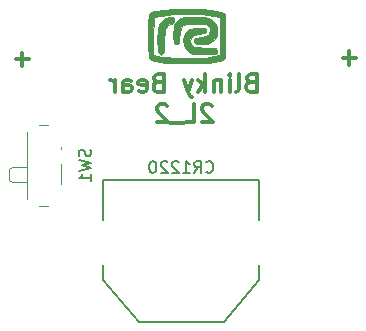
<source format=gbr>
G04 #@! TF.GenerationSoftware,KiCad,Pcbnew,(5.1.10)-1*
G04 #@! TF.CreationDate,2021-11-20T15:44:23+01:00*
G04 #@! TF.ProjectId,BlinkyBear,426c696e-6b79-4426-9561-722e6b696361,rev?*
G04 #@! TF.SameCoordinates,Original*
G04 #@! TF.FileFunction,Legend,Bot*
G04 #@! TF.FilePolarity,Positive*
%FSLAX46Y46*%
G04 Gerber Fmt 4.6, Leading zero omitted, Abs format (unit mm)*
G04 Created by KiCad (PCBNEW (5.1.10)-1) date 2021-11-20 15:44:23*
%MOMM*%
%LPD*%
G01*
G04 APERTURE LIST*
%ADD10C,0.300000*%
%ADD11C,0.150000*%
%ADD12C,0.100000*%
%ADD13C,0.120000*%
G04 APERTURE END LIST*
D10*
X141370142Y-80786857D02*
X141155857Y-80858285D01*
X141084428Y-80929714D01*
X141013000Y-81072571D01*
X141013000Y-81286857D01*
X141084428Y-81429714D01*
X141155857Y-81501142D01*
X141298714Y-81572571D01*
X141870142Y-81572571D01*
X141870142Y-80072571D01*
X141370142Y-80072571D01*
X141227285Y-80144000D01*
X141155857Y-80215428D01*
X141084428Y-80358285D01*
X141084428Y-80501142D01*
X141155857Y-80644000D01*
X141227285Y-80715428D01*
X141370142Y-80786857D01*
X141870142Y-80786857D01*
X140155857Y-81572571D02*
X140298714Y-81501142D01*
X140370142Y-81358285D01*
X140370142Y-80072571D01*
X139584428Y-81572571D02*
X139584428Y-80572571D01*
X139584428Y-80072571D02*
X139655857Y-80144000D01*
X139584428Y-80215428D01*
X139513000Y-80144000D01*
X139584428Y-80072571D01*
X139584428Y-80215428D01*
X138870142Y-80572571D02*
X138870142Y-81572571D01*
X138870142Y-80715428D02*
X138798714Y-80644000D01*
X138655857Y-80572571D01*
X138441571Y-80572571D01*
X138298714Y-80644000D01*
X138227285Y-80786857D01*
X138227285Y-81572571D01*
X137513000Y-81572571D02*
X137513000Y-80072571D01*
X137370142Y-81001142D02*
X136941571Y-81572571D01*
X136941571Y-80572571D02*
X137513000Y-81144000D01*
X136441571Y-80572571D02*
X136084428Y-81572571D01*
X135727285Y-80572571D02*
X136084428Y-81572571D01*
X136227285Y-81929714D01*
X136298714Y-82001142D01*
X136441571Y-82072571D01*
X133513000Y-80786857D02*
X133298714Y-80858285D01*
X133227285Y-80929714D01*
X133155857Y-81072571D01*
X133155857Y-81286857D01*
X133227285Y-81429714D01*
X133298714Y-81501142D01*
X133441571Y-81572571D01*
X134013000Y-81572571D01*
X134013000Y-80072571D01*
X133513000Y-80072571D01*
X133370142Y-80144000D01*
X133298714Y-80215428D01*
X133227285Y-80358285D01*
X133227285Y-80501142D01*
X133298714Y-80644000D01*
X133370142Y-80715428D01*
X133513000Y-80786857D01*
X134013000Y-80786857D01*
X131941571Y-81501142D02*
X132084428Y-81572571D01*
X132370142Y-81572571D01*
X132513000Y-81501142D01*
X132584428Y-81358285D01*
X132584428Y-80786857D01*
X132513000Y-80644000D01*
X132370142Y-80572571D01*
X132084428Y-80572571D01*
X131941571Y-80644000D01*
X131870142Y-80786857D01*
X131870142Y-80929714D01*
X132584428Y-81072571D01*
X130584428Y-81572571D02*
X130584428Y-80786857D01*
X130655857Y-80644000D01*
X130798714Y-80572571D01*
X131084428Y-80572571D01*
X131227285Y-80644000D01*
X130584428Y-81501142D02*
X130727285Y-81572571D01*
X131084428Y-81572571D01*
X131227285Y-81501142D01*
X131298714Y-81358285D01*
X131298714Y-81215428D01*
X131227285Y-81072571D01*
X131084428Y-81001142D01*
X130727285Y-81001142D01*
X130584428Y-80929714D01*
X129870142Y-81572571D02*
X129870142Y-80572571D01*
X129870142Y-80858285D02*
X129798714Y-80715428D01*
X129727285Y-80644000D01*
X129584428Y-80572571D01*
X129441571Y-80572571D01*
X138084428Y-82765428D02*
X138013000Y-82694000D01*
X137870142Y-82622571D01*
X137513000Y-82622571D01*
X137370142Y-82694000D01*
X137298714Y-82765428D01*
X137227285Y-82908285D01*
X137227285Y-83051142D01*
X137298714Y-83265428D01*
X138155857Y-84122571D01*
X137227285Y-84122571D01*
X135870142Y-84122571D02*
X136584428Y-84122571D01*
X136584428Y-82622571D01*
X135727285Y-84265428D02*
X134584428Y-84265428D01*
X134298714Y-82765428D02*
X134227285Y-82694000D01*
X134084428Y-82622571D01*
X133727285Y-82622571D01*
X133584428Y-82694000D01*
X133513000Y-82765428D01*
X133441571Y-82908285D01*
X133441571Y-83051142D01*
X133513000Y-83265428D01*
X134370142Y-84122571D01*
X133441571Y-84122571D01*
X122618428Y-78847142D02*
X121475571Y-78847142D01*
X122047000Y-79418571D02*
X122047000Y-78275714D01*
X150304428Y-78720142D02*
X149161571Y-78720142D01*
X149733000Y-79291571D02*
X149733000Y-78148714D01*
D11*
X142113000Y-89039700D02*
X142113000Y-92430600D01*
X128905000Y-89039700D02*
X128905000Y-92430600D01*
X142113000Y-96291400D02*
X142113000Y-97536000D01*
X139077700Y-101104700D02*
X131940300Y-101104700D01*
X142113000Y-89039700D02*
X128905000Y-89039700D01*
X128905000Y-96291400D02*
X128905000Y-97536000D01*
X142113000Y-97536000D02*
X139077700Y-101104700D01*
X128905000Y-97536000D02*
X131940300Y-101104700D01*
D12*
G36*
X134821801Y-76961520D02*
G01*
X134845826Y-77258519D01*
X134897783Y-77468327D01*
X134958667Y-77542951D01*
X135150695Y-77573023D01*
X135271143Y-77476621D01*
X135329889Y-77239874D01*
X135339667Y-77007909D01*
X135374746Y-76512412D01*
X135482015Y-76162937D01*
X135664521Y-75950931D01*
X135728865Y-75915336D01*
X135906306Y-75872401D01*
X136201414Y-75839319D01*
X136562592Y-75821058D01*
X136729233Y-75819000D01*
X137120858Y-75824548D01*
X137385654Y-75846080D01*
X137565902Y-75890927D01*
X137703886Y-75966422D01*
X137741249Y-75994478D01*
X137920246Y-76223739D01*
X137957798Y-76486950D01*
X137850614Y-76733950D01*
X137793688Y-76793854D01*
X137570794Y-76908454D01*
X137221358Y-76979508D01*
X137137521Y-76987644D01*
X136773152Y-77044077D01*
X136572352Y-77141606D01*
X136534192Y-77281155D01*
X136657743Y-77463647D01*
X136658048Y-77463952D01*
X136855147Y-77561949D01*
X137177777Y-77579715D01*
X137637879Y-77517860D01*
X137654249Y-77514719D01*
X138033998Y-77368080D01*
X138312444Y-77116501D01*
X138485504Y-76793686D01*
X138549099Y-76433335D01*
X138499146Y-76069151D01*
X138331565Y-75734837D01*
X138042274Y-75464094D01*
X137911472Y-75390569D01*
X137728140Y-75311187D01*
X137544711Y-75260824D01*
X137319663Y-75234875D01*
X137011472Y-75228734D01*
X136578616Y-75237796D01*
X136543509Y-75238852D01*
X136050514Y-75261266D01*
X135692565Y-75301823D01*
X135435477Y-75372716D01*
X135245068Y-75486137D01*
X135087155Y-75654277D01*
X134989375Y-75793171D01*
X134909495Y-75993154D01*
X134854418Y-76284259D01*
X134824926Y-76621907D01*
X134821801Y-76961520D01*
G37*
X134821801Y-76961520D02*
X134845826Y-77258519D01*
X134897783Y-77468327D01*
X134958667Y-77542951D01*
X135150695Y-77573023D01*
X135271143Y-77476621D01*
X135329889Y-77239874D01*
X135339667Y-77007909D01*
X135374746Y-76512412D01*
X135482015Y-76162937D01*
X135664521Y-75950931D01*
X135728865Y-75915336D01*
X135906306Y-75872401D01*
X136201414Y-75839319D01*
X136562592Y-75821058D01*
X136729233Y-75819000D01*
X137120858Y-75824548D01*
X137385654Y-75846080D01*
X137565902Y-75890927D01*
X137703886Y-75966422D01*
X137741249Y-75994478D01*
X137920246Y-76223739D01*
X137957798Y-76486950D01*
X137850614Y-76733950D01*
X137793688Y-76793854D01*
X137570794Y-76908454D01*
X137221358Y-76979508D01*
X137137521Y-76987644D01*
X136773152Y-77044077D01*
X136572352Y-77141606D01*
X136534192Y-77281155D01*
X136657743Y-77463647D01*
X136658048Y-77463952D01*
X136855147Y-77561949D01*
X137177777Y-77579715D01*
X137637879Y-77517860D01*
X137654249Y-77514719D01*
X138033998Y-77368080D01*
X138312444Y-77116501D01*
X138485504Y-76793686D01*
X138549099Y-76433335D01*
X138499146Y-76069151D01*
X138331565Y-75734837D01*
X138042274Y-75464094D01*
X137911472Y-75390569D01*
X137728140Y-75311187D01*
X137544711Y-75260824D01*
X137319663Y-75234875D01*
X137011472Y-75228734D01*
X136578616Y-75237796D01*
X136543509Y-75238852D01*
X136050514Y-75261266D01*
X135692565Y-75301823D01*
X135435477Y-75372716D01*
X135245068Y-75486137D01*
X135087155Y-75654277D01*
X134989375Y-75793171D01*
X134909495Y-75993154D01*
X134854418Y-76284259D01*
X134824926Y-76621907D01*
X134821801Y-76961520D01*
G36*
X133477932Y-77327399D02*
G01*
X133497862Y-77850157D01*
X133558661Y-78213069D01*
X133659706Y-78414846D01*
X133800376Y-78454203D01*
X133968067Y-78342066D01*
X134021318Y-78196488D01*
X134055314Y-77889882D01*
X134069324Y-77429537D01*
X134069667Y-77330050D01*
X134078236Y-76932735D01*
X134101370Y-76580407D01*
X134135210Y-76318877D01*
X134163759Y-76213124D01*
X134307325Y-76043654D01*
X134541672Y-75896565D01*
X134587092Y-75877284D01*
X134808162Y-75766786D01*
X134902993Y-75640972D01*
X134916333Y-75535685D01*
X134852361Y-75359243D01*
X134684431Y-75275667D01*
X134448525Y-75282481D01*
X134180626Y-75377205D01*
X133916716Y-75557361D01*
X133862722Y-75608255D01*
X133711440Y-75784985D01*
X133604784Y-75984797D01*
X133535483Y-76240186D01*
X133496263Y-76583649D01*
X133479851Y-77047682D01*
X133477932Y-77327399D01*
G37*
X133477932Y-77327399D02*
X133497862Y-77850157D01*
X133558661Y-78213069D01*
X133659706Y-78414846D01*
X133800376Y-78454203D01*
X133968067Y-78342066D01*
X134021318Y-78196488D01*
X134055314Y-77889882D01*
X134069324Y-77429537D01*
X134069667Y-77330050D01*
X134078236Y-76932735D01*
X134101370Y-76580407D01*
X134135210Y-76318877D01*
X134163759Y-76213124D01*
X134307325Y-76043654D01*
X134541672Y-75896565D01*
X134587092Y-75877284D01*
X134808162Y-75766786D01*
X134902993Y-75640972D01*
X134916333Y-75535685D01*
X134852361Y-75359243D01*
X134684431Y-75275667D01*
X134448525Y-75282481D01*
X134180626Y-75377205D01*
X133916716Y-75557361D01*
X133862722Y-75608255D01*
X133711440Y-75784985D01*
X133604784Y-75984797D01*
X133535483Y-76240186D01*
X133496263Y-76583649D01*
X133479851Y-77047682D01*
X133477932Y-77327399D01*
G36*
X135674330Y-77236396D02*
G01*
X135721811Y-77619950D01*
X135886553Y-77969481D01*
X136160839Y-78238811D01*
X136302097Y-78312168D01*
X136490433Y-78362105D01*
X136761285Y-78393878D01*
X137150089Y-78412742D01*
X137371667Y-78418393D01*
X137768061Y-78422691D01*
X138106353Y-78418729D01*
X138348130Y-78407450D01*
X138451167Y-78391953D01*
X138540029Y-78274885D01*
X138548116Y-78096760D01*
X138480306Y-77942596D01*
X138423075Y-77902391D01*
X138284273Y-77880378D01*
X138020201Y-77863077D01*
X137674907Y-77852813D01*
X137449409Y-77851000D01*
X136967865Y-77835429D01*
X136631329Y-77781481D01*
X136417728Y-77678299D01*
X136304987Y-77515028D01*
X136271033Y-77280811D01*
X136271000Y-77271455D01*
X136337498Y-77007492D01*
X136542142Y-76820644D01*
X136892658Y-76705320D01*
X137094076Y-76675904D01*
X137369639Y-76640063D01*
X137516307Y-76594056D01*
X137574127Y-76516255D01*
X137583333Y-76411666D01*
X137572369Y-76297268D01*
X137514036Y-76230955D01*
X137370176Y-76196166D01*
X137102631Y-76176341D01*
X137033000Y-76172817D01*
X136616720Y-76176844D01*
X136317020Y-76241245D01*
X136222721Y-76283786D01*
X135926058Y-76528094D01*
X135742837Y-76859037D01*
X135674330Y-77236396D01*
G37*
X135674330Y-77236396D02*
X135721811Y-77619950D01*
X135886553Y-77969481D01*
X136160839Y-78238811D01*
X136302097Y-78312168D01*
X136490433Y-78362105D01*
X136761285Y-78393878D01*
X137150089Y-78412742D01*
X137371667Y-78418393D01*
X137768061Y-78422691D01*
X138106353Y-78418729D01*
X138348130Y-78407450D01*
X138451167Y-78391953D01*
X138540029Y-78274885D01*
X138548116Y-78096760D01*
X138480306Y-77942596D01*
X138423075Y-77902391D01*
X138284273Y-77880378D01*
X138020201Y-77863077D01*
X137674907Y-77852813D01*
X137449409Y-77851000D01*
X136967865Y-77835429D01*
X136631329Y-77781481D01*
X136417728Y-77678299D01*
X136304987Y-77515028D01*
X136271033Y-77280811D01*
X136271000Y-77271455D01*
X136337498Y-77007492D01*
X136542142Y-76820644D01*
X136892658Y-76705320D01*
X137094076Y-76675904D01*
X137369639Y-76640063D01*
X137516307Y-76594056D01*
X137574127Y-76516255D01*
X137583333Y-76411666D01*
X137572369Y-76297268D01*
X137514036Y-76230955D01*
X137370176Y-76196166D01*
X137102631Y-76176341D01*
X137033000Y-76172817D01*
X136616720Y-76176844D01*
X136317020Y-76241245D01*
X136222721Y-76283786D01*
X135926058Y-76528094D01*
X135742837Y-76859037D01*
X135674330Y-77236396D01*
G36*
X132712622Y-76091418D02*
G01*
X132714762Y-76685076D01*
X132715000Y-76869945D01*
X132716968Y-77510217D01*
X132723635Y-78000453D01*
X132736144Y-78359914D01*
X132755639Y-78607861D01*
X132783265Y-78763554D01*
X132820165Y-78846252D01*
X132833169Y-78859670D01*
X133000404Y-78931142D01*
X133138333Y-78961474D01*
X133138333Y-78507748D01*
X133138333Y-76914371D01*
X133142389Y-76393909D01*
X133153750Y-75944332D01*
X133171205Y-75590665D01*
X133193547Y-75357937D01*
X133217725Y-75271926D01*
X133329173Y-75241092D01*
X133571448Y-75194619D01*
X133907507Y-75139095D01*
X134254892Y-75087485D01*
X134883360Y-75025536D01*
X135610949Y-74997245D01*
X136380863Y-75001497D01*
X137136308Y-75037179D01*
X137820486Y-75103176D01*
X138218333Y-75165237D01*
X138768667Y-75269859D01*
X138791634Y-76891143D01*
X138814601Y-78512426D01*
X138241301Y-78603198D01*
X137905387Y-78655928D01*
X137600576Y-78703002D01*
X137414000Y-78731091D01*
X137173831Y-78748739D01*
X136802475Y-78755161D01*
X136337617Y-78751617D01*
X135816943Y-78739364D01*
X135278138Y-78719660D01*
X134758888Y-78693761D01*
X134296878Y-78662926D01*
X133929794Y-78628412D01*
X133794500Y-78610306D01*
X133138333Y-78507748D01*
X133138333Y-78961474D01*
X133309725Y-78999166D01*
X133733887Y-79061037D01*
X134245644Y-79114051D01*
X134817751Y-79155504D01*
X135422961Y-79182692D01*
X136034031Y-79192910D01*
X136186333Y-79192483D01*
X136671331Y-79187260D01*
X137110111Y-79179201D01*
X137468846Y-79169183D01*
X137713708Y-79158080D01*
X137795000Y-79150816D01*
X138301572Y-79067236D01*
X138709361Y-78984708D01*
X138994538Y-78908632D01*
X139128500Y-78848674D01*
X139165535Y-78770849D01*
X139193694Y-78595790D01*
X139213802Y-78308075D01*
X139226683Y-77892284D01*
X139233163Y-77332996D01*
X139234333Y-76869945D01*
X139233382Y-76253599D01*
X139229423Y-75785164D01*
X139220800Y-75443224D01*
X139205856Y-75206362D01*
X139182934Y-75053160D01*
X139150378Y-74962203D01*
X139106532Y-74912073D01*
X139081688Y-74896597D01*
X138815800Y-74803179D01*
X138410239Y-74723175D01*
X137894227Y-74657830D01*
X137296985Y-74608389D01*
X136647736Y-74576099D01*
X135975702Y-74562204D01*
X135310104Y-74567950D01*
X134680166Y-74594582D01*
X134115109Y-74643346D01*
X133876807Y-74674783D01*
X133511342Y-74726423D01*
X133231238Y-74771352D01*
X133025234Y-74830847D01*
X132882071Y-74926182D01*
X132790488Y-75078632D01*
X132739225Y-75309471D01*
X132717023Y-75639975D01*
X132712622Y-76091418D01*
G37*
X132712622Y-76091418D02*
X132714762Y-76685076D01*
X132715000Y-76869945D01*
X132716968Y-77510217D01*
X132723635Y-78000453D01*
X132736144Y-78359914D01*
X132755639Y-78607861D01*
X132783265Y-78763554D01*
X132820165Y-78846252D01*
X132833169Y-78859670D01*
X133000404Y-78931142D01*
X133138333Y-78961474D01*
X133138333Y-78507748D01*
X133138333Y-76914371D01*
X133142389Y-76393909D01*
X133153750Y-75944332D01*
X133171205Y-75590665D01*
X133193547Y-75357937D01*
X133217725Y-75271926D01*
X133329173Y-75241092D01*
X133571448Y-75194619D01*
X133907507Y-75139095D01*
X134254892Y-75087485D01*
X134883360Y-75025536D01*
X135610949Y-74997245D01*
X136380863Y-75001497D01*
X137136308Y-75037179D01*
X137820486Y-75103176D01*
X138218333Y-75165237D01*
X138768667Y-75269859D01*
X138791634Y-76891143D01*
X138814601Y-78512426D01*
X138241301Y-78603198D01*
X137905387Y-78655928D01*
X137600576Y-78703002D01*
X137414000Y-78731091D01*
X137173831Y-78748739D01*
X136802475Y-78755161D01*
X136337617Y-78751617D01*
X135816943Y-78739364D01*
X135278138Y-78719660D01*
X134758888Y-78693761D01*
X134296878Y-78662926D01*
X133929794Y-78628412D01*
X133794500Y-78610306D01*
X133138333Y-78507748D01*
X133138333Y-78961474D01*
X133309725Y-78999166D01*
X133733887Y-79061037D01*
X134245644Y-79114051D01*
X134817751Y-79155504D01*
X135422961Y-79182692D01*
X136034031Y-79192910D01*
X136186333Y-79192483D01*
X136671331Y-79187260D01*
X137110111Y-79179201D01*
X137468846Y-79169183D01*
X137713708Y-79158080D01*
X137795000Y-79150816D01*
X138301572Y-79067236D01*
X138709361Y-78984708D01*
X138994538Y-78908632D01*
X139128500Y-78848674D01*
X139165535Y-78770849D01*
X139193694Y-78595790D01*
X139213802Y-78308075D01*
X139226683Y-77892284D01*
X139233163Y-77332996D01*
X139234333Y-76869945D01*
X139233382Y-76253599D01*
X139229423Y-75785164D01*
X139220800Y-75443224D01*
X139205856Y-75206362D01*
X139182934Y-75053160D01*
X139150378Y-74962203D01*
X139106532Y-74912073D01*
X139081688Y-74896597D01*
X138815800Y-74803179D01*
X138410239Y-74723175D01*
X137894227Y-74657830D01*
X137296985Y-74608389D01*
X136647736Y-74576099D01*
X135975702Y-74562204D01*
X135310104Y-74567950D01*
X134680166Y-74594582D01*
X134115109Y-74643346D01*
X133876807Y-74674783D01*
X133511342Y-74726423D01*
X133231238Y-74771352D01*
X133025234Y-74830847D01*
X132882071Y-74926182D01*
X132790488Y-75078632D01*
X132739225Y-75309471D01*
X132717023Y-75639975D01*
X132712622Y-76091418D01*
D13*
X125300600Y-86433200D02*
X125300600Y-86233200D01*
X121160600Y-89233200D02*
X120950600Y-89033200D01*
X121160600Y-87933200D02*
X120950600Y-88133200D01*
X122450600Y-89233200D02*
X121160600Y-89233200D01*
X120950600Y-89033200D02*
X120950600Y-88133200D01*
X121160600Y-87933200D02*
X122450600Y-87933200D01*
X122450600Y-90683200D02*
X122450600Y-84983200D01*
X125300600Y-89433200D02*
X125300600Y-87733200D01*
X124250600Y-91283200D02*
X123460600Y-91283200D01*
X123460600Y-84383200D02*
X124250600Y-84383200D01*
D11*
X137604238Y-88368142D02*
X137651857Y-88415761D01*
X137794714Y-88463380D01*
X137889952Y-88463380D01*
X138032809Y-88415761D01*
X138128047Y-88320523D01*
X138175666Y-88225285D01*
X138223285Y-88034809D01*
X138223285Y-87891952D01*
X138175666Y-87701476D01*
X138128047Y-87606238D01*
X138032809Y-87511000D01*
X137889952Y-87463380D01*
X137794714Y-87463380D01*
X137651857Y-87511000D01*
X137604238Y-87558619D01*
X136604238Y-88463380D02*
X136937571Y-87987190D01*
X137175666Y-88463380D02*
X137175666Y-87463380D01*
X136794714Y-87463380D01*
X136699476Y-87511000D01*
X136651857Y-87558619D01*
X136604238Y-87653857D01*
X136604238Y-87796714D01*
X136651857Y-87891952D01*
X136699476Y-87939571D01*
X136794714Y-87987190D01*
X137175666Y-87987190D01*
X135651857Y-88463380D02*
X136223285Y-88463380D01*
X135937571Y-88463380D02*
X135937571Y-87463380D01*
X136032809Y-87606238D01*
X136128047Y-87701476D01*
X136223285Y-87749095D01*
X135270904Y-87558619D02*
X135223285Y-87511000D01*
X135128047Y-87463380D01*
X134889952Y-87463380D01*
X134794714Y-87511000D01*
X134747095Y-87558619D01*
X134699476Y-87653857D01*
X134699476Y-87749095D01*
X134747095Y-87891952D01*
X135318523Y-88463380D01*
X134699476Y-88463380D01*
X134318523Y-87558619D02*
X134270904Y-87511000D01*
X134175666Y-87463380D01*
X133937571Y-87463380D01*
X133842333Y-87511000D01*
X133794714Y-87558619D01*
X133747095Y-87653857D01*
X133747095Y-87749095D01*
X133794714Y-87891952D01*
X134366142Y-88463380D01*
X133747095Y-88463380D01*
X133128047Y-87463380D02*
X133032809Y-87463380D01*
X132937571Y-87511000D01*
X132889952Y-87558619D01*
X132842333Y-87653857D01*
X132794714Y-87844333D01*
X132794714Y-88082428D01*
X132842333Y-88272904D01*
X132889952Y-88368142D01*
X132937571Y-88415761D01*
X133032809Y-88463380D01*
X133128047Y-88463380D01*
X133223285Y-88415761D01*
X133270904Y-88368142D01*
X133318523Y-88272904D01*
X133366142Y-88082428D01*
X133366142Y-87844333D01*
X133318523Y-87653857D01*
X133270904Y-87558619D01*
X133223285Y-87511000D01*
X133128047Y-87463380D01*
X127785361Y-86499866D02*
X127832980Y-86642723D01*
X127832980Y-86880819D01*
X127785361Y-86976057D01*
X127737742Y-87023676D01*
X127642504Y-87071295D01*
X127547266Y-87071295D01*
X127452028Y-87023676D01*
X127404409Y-86976057D01*
X127356790Y-86880819D01*
X127309171Y-86690342D01*
X127261552Y-86595104D01*
X127213933Y-86547485D01*
X127118695Y-86499866D01*
X127023457Y-86499866D01*
X126928219Y-86547485D01*
X126880600Y-86595104D01*
X126832980Y-86690342D01*
X126832980Y-86928438D01*
X126880600Y-87071295D01*
X126832980Y-87404628D02*
X127832980Y-87642723D01*
X127118695Y-87833200D01*
X127832980Y-88023676D01*
X126832980Y-88261771D01*
X127832980Y-89166533D02*
X127832980Y-88595104D01*
X127832980Y-88880819D02*
X126832980Y-88880819D01*
X126975838Y-88785580D01*
X127071076Y-88690342D01*
X127118695Y-88595104D01*
M02*

</source>
